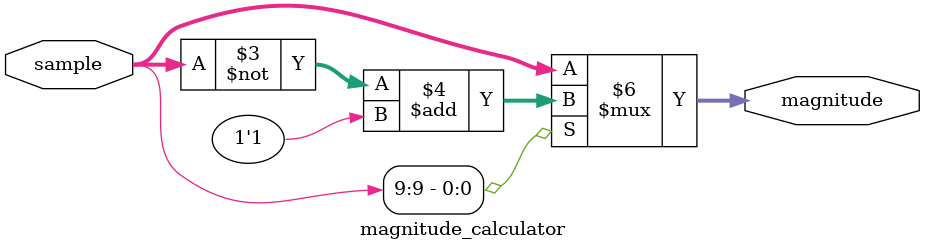
<source format=v>
module CPEC_encoder(sample_1,sample_2,sample_3,sample_4,ecgidx,Bits_req,Group_skip_flag,CPEC_encoded,size_CPEC_encoded);
parameter J=10;

input signed [J-1:0] sample_1,sample_2,sample_3,sample_4;
input [1:0] ecgidx;
input [3:0] Bits_req;
input Group_skip_flag;
output [39:0] CPEC_encoded;
output [5:0] size_CPEC_encoded;
reg [39:0] CPEC_encoded;
reg [5:0] size_CPEC_encoded,temp;

wire [J-1:0] magnitude1,magnitude2,magnitude3,magnitude4;


magnitude_calculator #(J) m1(sample_1,magnitude1);  //find magnitude for each sample
magnitude_calculator #(J) m2(sample_2,magnitude2);
magnitude_calculator #(J) m3(sample_3,magnitude3);
magnitude_calculator #(J) m4(sample_4,magnitude4);

always @(*)
begin

if(Group_skip_flag)		//check if group skip flag is active, if it is make both outputs zero.
begin
CPEC_encoded=0;
size_CPEC_encoded=0;
end

else
begin
 temp[3:0] = Bits_req;
 size_CPEC_encoded= temp<<2;  // multiplies the bits_req by 4 and gives to size_CPEC_encoded
 CPEC_encoded=0;  //initially assigned 0
 if(ecgidx==3)		// For 2's complement form
 begin
 case(Bits_req)
 4'b0001: 
 begin 
 CPEC_encoded= CPEC_encoded | sample_1[0];   // Directly take 1 bit from LSB of sample_1 and OR with initially zero assigned CPEC_encoded
 CPEC_encoded= CPEC_encoded<<1;				//left shift by 1 bit 
 CPEC_encoded= CPEC_encoded | sample_2[0];  // Repeat for all samples
 CPEC_encoded= CPEC_encoded<<1;
 CPEC_encoded= CPEC_encoded | sample_3[0];
 CPEC_encoded= CPEC_encoded<<1;
 CPEC_encoded= CPEC_encoded | sample_4[0];
 end
 4'b0010:
  begin 
 CPEC_encoded= CPEC_encoded | sample_1[1:0];   // Directly take 2 bits from LSB of sample_1 and OR with initially zero assigned CPEC_encoded
 CPEC_encoded= CPEC_encoded<<2;				//left shift by 2 bits 
 CPEC_encoded= CPEC_encoded | sample_2[1:0];  // Repeat for all samples
 CPEC_encoded= CPEC_encoded<<2;
 CPEC_encoded= CPEC_encoded | sample_3[1:0];
 CPEC_encoded= CPEC_encoded<<2;
 CPEC_encoded= CPEC_encoded | sample_4[1:0];
 end
 4'b0011:
  begin 
 CPEC_encoded= CPEC_encoded | sample_1[2:0];   // Directly take 3 bits from LSB of sample_1 and OR with initially zero assigned CPEC_encoded
 CPEC_encoded= CPEC_encoded<<3;				//left shift by 3 bits 
 CPEC_encoded= CPEC_encoded | sample_2[2:0];  // Repeat for all samples
 CPEC_encoded= CPEC_encoded<<3;
 CPEC_encoded= CPEC_encoded | sample_3[2:0];
 CPEC_encoded= CPEC_encoded<<3;
 CPEC_encoded= CPEC_encoded | sample_4[2:0];
 end
 4'b0100:
  begin 
 CPEC_encoded= CPEC_encoded | sample_1[3:0];   // Directly take 4 bits from LSB of sample_1 and OR with initially zero assigned CPEC_encoded
 CPEC_encoded= CPEC_encoded<<4;				//left shift by 4 bits 
 CPEC_encoded= CPEC_encoded | sample_2[3:0];  // Repeat for all samples
 CPEC_encoded= CPEC_encoded<<4;
 CPEC_encoded= CPEC_encoded | sample_3[3:0];
 CPEC_encoded= CPEC_encoded<<4;
 CPEC_encoded= CPEC_encoded | sample_4[3:0];
 end
 4'b0101:
  begin 
 CPEC_encoded= CPEC_encoded | sample_1[4:0];   // Directly take 5 bits from LSB of sample_1 and OR with initially zero assigned CPEC_encoded
 CPEC_encoded= CPEC_encoded<<5;				//left shift by 5 bits 
 CPEC_encoded= CPEC_encoded | sample_2[4:0];  // Repeat for all samples
 CPEC_encoded= CPEC_encoded<<5;
 CPEC_encoded= CPEC_encoded | sample_3[4:0];
 CPEC_encoded= CPEC_encoded<<5;
 CPEC_encoded= CPEC_encoded | sample_4[4:0];
 end
 4'b0110:
  begin 
 CPEC_encoded= CPEC_encoded | sample_1[5:0];   // Directly take 6 bits from LSB of sample_1 and OR with initially zero assigned CPEC_encoded
 CPEC_encoded= CPEC_encoded<<6;				//left shift by 6 bits 
 CPEC_encoded= CPEC_encoded | sample_2[5:0];  // Repeat for all samples
 CPEC_encoded= CPEC_encoded<<6;
 CPEC_encoded= CPEC_encoded | sample_3[5:0];
 CPEC_encoded= CPEC_encoded<<6;
 CPEC_encoded= CPEC_encoded | sample_4[5:0];
 end
 4'b0111:
  begin 
 CPEC_encoded= CPEC_encoded | sample_1[6:0];   // Directly take 7 bits from LSB of sample_1 and OR with initially zero assigned CPEC_encoded
 CPEC_encoded= CPEC_encoded<<7;				//left shift by 7 bits 
 CPEC_encoded= CPEC_encoded | sample_2[6:0];  // Repeat for all samples
 CPEC_encoded= CPEC_encoded<<7;
 CPEC_encoded= CPEC_encoded | sample_3[6:0];
 CPEC_encoded= CPEC_encoded<<7;
 CPEC_encoded= CPEC_encoded | sample_4[6:0];
 end
 4'b1000:
  begin 
 CPEC_encoded= CPEC_encoded | sample_1[7:0];   // Directly take 8 bits from LSB of sample_1 and OR with initially zero assigned CPEC_encoded
 CPEC_encoded= CPEC_encoded<<8;				//left shift by 8 bits 
 CPEC_encoded= CPEC_encoded | sample_2[7:0];  // Repeat for all samples
 CPEC_encoded= CPEC_encoded<<8;
 CPEC_encoded= CPEC_encoded | sample_3[7:0];
 CPEC_encoded= CPEC_encoded<<8;
 CPEC_encoded= CPEC_encoded | sample_4[7:0];
 end
 4'b1001:
  begin 
 CPEC_encoded= CPEC_encoded | sample_1[8:0];   // Directly take 9 bits from LSB of sample_1 and OR with initially zero assigned CPEC_encoded
 CPEC_encoded= CPEC_encoded<<9;				//left shift by 9 bits 
 CPEC_encoded= CPEC_encoded | sample_2[8:0];  // Repeat for all samples
 CPEC_encoded= CPEC_encoded<<9;
 CPEC_encoded= CPEC_encoded | sample_3[8:0];
 CPEC_encoded= CPEC_encoded<<9;
 CPEC_encoded= CPEC_encoded | sample_4[8:0];
 end
 4'b1010:
  begin 
 CPEC_encoded= CPEC_encoded | sample_1[9:0];   // Directly take 10 bits from LSB of sample_1 and OR with initially zero assigned CPEC_encoded
 CPEC_encoded= CPEC_encoded<<10;				//left shift by 10 bits 
 CPEC_encoded= CPEC_encoded | sample_2[9:0];  // Repeat for all samples
 CPEC_encoded= CPEC_encoded<<10;
 CPEC_encoded= CPEC_encoded | sample_3[9:0];
 CPEC_encoded= CPEC_encoded<<10;
 CPEC_encoded= CPEC_encoded | sample_4[9:0];
 end
 default: CPEC_encoded=0;
 endcase
 end
 
 
 
 else			// For SM form
 begin
 case(Bits_req)
 4'b0001: 
 begin 
 CPEC_encoded= CPEC_encoded | magnitude1[0];   // Directly take 1 bit from LSB from magnitude of sample_1 and OR with initially zero assigned CPEC_encoded
 CPEC_encoded= CPEC_encoded<<1;				//left shift by 1 bit 
 CPEC_encoded= CPEC_encoded | magnitude2[0];  // Repeat for all samples
 CPEC_encoded= CPEC_encoded<<1;
 CPEC_encoded= CPEC_encoded | magnitude3[0];
 CPEC_encoded= CPEC_encoded<<1;
 CPEC_encoded= CPEC_encoded | magnitude4[0];
 end
 4'b0010: 
 begin 
 CPEC_encoded= CPEC_encoded | magnitude1[1:0];   // Directly take 2 bits from LSB from magnitude of sample_1 and OR with initially zero assigned CPEC_encoded
 CPEC_encoded= CPEC_encoded<<2;				//left shift by 2 bits 
 CPEC_encoded= CPEC_encoded | magnitude2[1:0];  // Repeat for all samples
 CPEC_encoded= CPEC_encoded<<2;
 CPEC_encoded= CPEC_encoded | magnitude3[1:0];
 CPEC_encoded= CPEC_encoded<<2;
 CPEC_encoded= CPEC_encoded | magnitude4[1:0];
 end
 4'b0011: 
 begin 
 CPEC_encoded= CPEC_encoded | magnitude1[2:0];   // Directly take 3 bits from LSB from magnitude of sample_1 and OR with initially zero assigned CPEC_encoded
 CPEC_encoded= CPEC_encoded<<3;				//left shift by 3 bits 
 CPEC_encoded= CPEC_encoded | magnitude2[2:0];  // Repeat for all samples
 CPEC_encoded= CPEC_encoded<<3;
 CPEC_encoded= CPEC_encoded | magnitude3[2:0];
 CPEC_encoded= CPEC_encoded<<3;
 CPEC_encoded= CPEC_encoded | magnitude4[2:0];
 end
  4'b0100: 
 begin 
 CPEC_encoded= CPEC_encoded | magnitude1[3:0];   // Directly take 4 bits from LSB from magnitude of sample_1 and OR with initially zero assigned CPEC_encoded
 CPEC_encoded= CPEC_encoded<<4;				//left shift by 4 bits 
 CPEC_encoded= CPEC_encoded | magnitude2[3:0];  // Repeat for all samples
 CPEC_encoded= CPEC_encoded<<4;
 CPEC_encoded= CPEC_encoded | magnitude3[3:0];
 CPEC_encoded= CPEC_encoded<<4;
 CPEC_encoded= CPEC_encoded | magnitude4[3:0];
 end
  4'b0101: 
 begin 
 CPEC_encoded= CPEC_encoded | magnitude1[4:0];   // Directly take 5 bits from LSB from magnitude of sample_1 and OR with initially zero assigned CPEC_encoded
 CPEC_encoded= CPEC_encoded<<5;				//left shift by 5 bits 
 CPEC_encoded= CPEC_encoded | magnitude2[4:0];  // Repeat for all samples
 CPEC_encoded= CPEC_encoded<<5;
 CPEC_encoded= CPEC_encoded | magnitude3[4:0];
 CPEC_encoded= CPEC_encoded<<5;
 CPEC_encoded= CPEC_encoded | magnitude4[4:0];
 end
  4'b0110: 
 begin 
 CPEC_encoded= CPEC_encoded | magnitude1[5:0];   // Directly take 6 bits from LSB from magnitude of sample_1 and OR with initially zero assigned CPEC_encoded
 CPEC_encoded= CPEC_encoded<<6;				//left shift by 6 bits 
 CPEC_encoded= CPEC_encoded | magnitude2[5:0];  // Repeat for all samples
 CPEC_encoded= CPEC_encoded<<6;
 CPEC_encoded= CPEC_encoded | magnitude3[5:0];
 CPEC_encoded= CPEC_encoded<<6;
 CPEC_encoded= CPEC_encoded | magnitude4[5:0];
 end
  4'b0111: 
 begin 
 CPEC_encoded= CPEC_encoded | magnitude1[6:0];   // Directly take 7 bits from LSB from magnitude of sample_1 and OR with initially zero assigned CPEC_encoded
 CPEC_encoded= CPEC_encoded<<7;				//left shift by 7 bits 
 CPEC_encoded= CPEC_encoded | magnitude2[6:0];  // Repeat for all samples
 CPEC_encoded= CPEC_encoded<<7;
 CPEC_encoded= CPEC_encoded | magnitude3[6:0];
 CPEC_encoded= CPEC_encoded<<7;
 CPEC_encoded= CPEC_encoded | magnitude4[6:0];
 end
  4'b1000: 
 begin 
 CPEC_encoded= CPEC_encoded | magnitude1[7:0];   // Directly take 8 bits from LSB from magnitude of sample_1 and OR with initially zero assigned CPEC_encoded
 CPEC_encoded= CPEC_encoded<<8;				//left shift by 8 bits 
 CPEC_encoded= CPEC_encoded | magnitude2[7:0];  // Repeat for all samples
 CPEC_encoded= CPEC_encoded<<8;
 CPEC_encoded= CPEC_encoded | magnitude3[7:0];
 CPEC_encoded= CPEC_encoded<<8;
 CPEC_encoded= CPEC_encoded | magnitude4[7:0];
 end
  4'b1001: 
 begin 
 CPEC_encoded= CPEC_encoded | magnitude1[8:0];   // Directly take 9 bits from LSB from magnitude of sample_1 and OR with initially zero assigned CPEC_encoded
 CPEC_encoded= CPEC_encoded<<9;				//left shift by 9 bits 
 CPEC_encoded= CPEC_encoded | magnitude2[8:0];  // Repeat for all samples
 CPEC_encoded= CPEC_encoded<<9;
 CPEC_encoded= CPEC_encoded | magnitude3[8:0];
 CPEC_encoded= CPEC_encoded<<9;
 CPEC_encoded= CPEC_encoded | magnitude4[8:0];
 end
  4'b1010: 
 begin 
 CPEC_encoded= CPEC_encoded | magnitude1[9:0];   // Directly take 10 bits from LSB from magnitude of sample_1 and OR with initially zero assigned CPEC_encoded
 CPEC_encoded= CPEC_encoded<<10;				//left shift by 10 bits 
 CPEC_encoded= CPEC_encoded | magnitude2[9:0];  // Repeat for all samples
 CPEC_encoded= CPEC_encoded<<10;
 CPEC_encoded= CPEC_encoded | magnitude3[9:0];
 CPEC_encoded= CPEC_encoded<<10;
 CPEC_encoded= CPEC_encoded | magnitude4[9:0];
 end
 default: CPEC_encoded=0;
 endcase
 end
 end
 end
 endmodule
 
 
 
 
 

module magnitude_calculator(sample,magnitude); // This module gives magnitude of a signed number 

parameter K = 10 ;

input signed [K-1:0] sample;
output [K-1:0] magnitude;
reg  [K-1:0] magnitude;

always@(*)
begin
if(sample[K-1]==1)             //check the msb of sample
magnitude=~sample+1'b1;       // if negative find its magnitude
else
magnitude=sample;
end
endmodule

 
 
</source>
